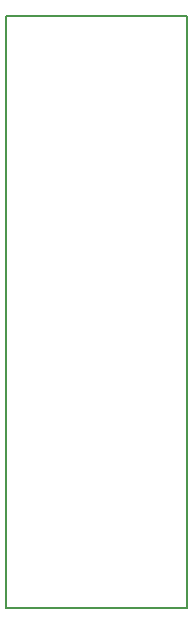
<source format=gm1>
G04 MADE WITH FRITZING*
G04 WWW.FRITZING.ORG*
G04 DOUBLE SIDED*
G04 HOLES PLATED*
G04 CONTOUR ON CENTER OF CONTOUR VECTOR*
%ASAXBY*%
%FSLAX23Y23*%
%MOIN*%
%OFA0B0*%
%SFA1.0B1.0*%
%ADD10R,0.610591X1.979740*%
%ADD11C,0.008000*%
%ADD10C,0.008*%
%LNCONTOUR*%
G90*
G70*
G54D10*
G54D11*
X4Y1976D02*
X607Y1976D01*
X607Y4D01*
X4Y4D01*
X4Y1976D01*
D02*
G04 End of contour*
M02*
</source>
